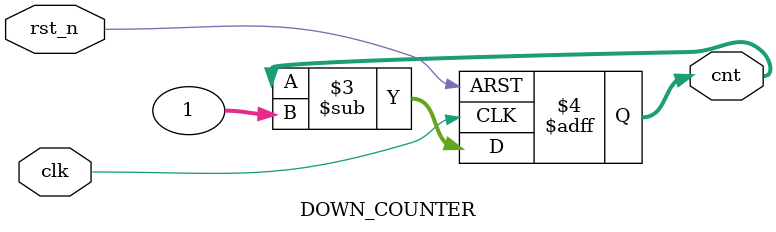
<source format=v>
/* Down counter */
module DOWN_COUNTER #(parameter WIDTH=32)(
    // Input signals
    clk,
    rst_n,
    // Output signals
    cnt
);

input clk;
input rst_n;

output reg [WIDTH-1:0] cnt;

always @ (posedge clk or negedge rst_n) begin
    if(!rst_n)
        cnt <= 0;
    else
        cnt <= cnt - 1;
end

endmodule
</source>
